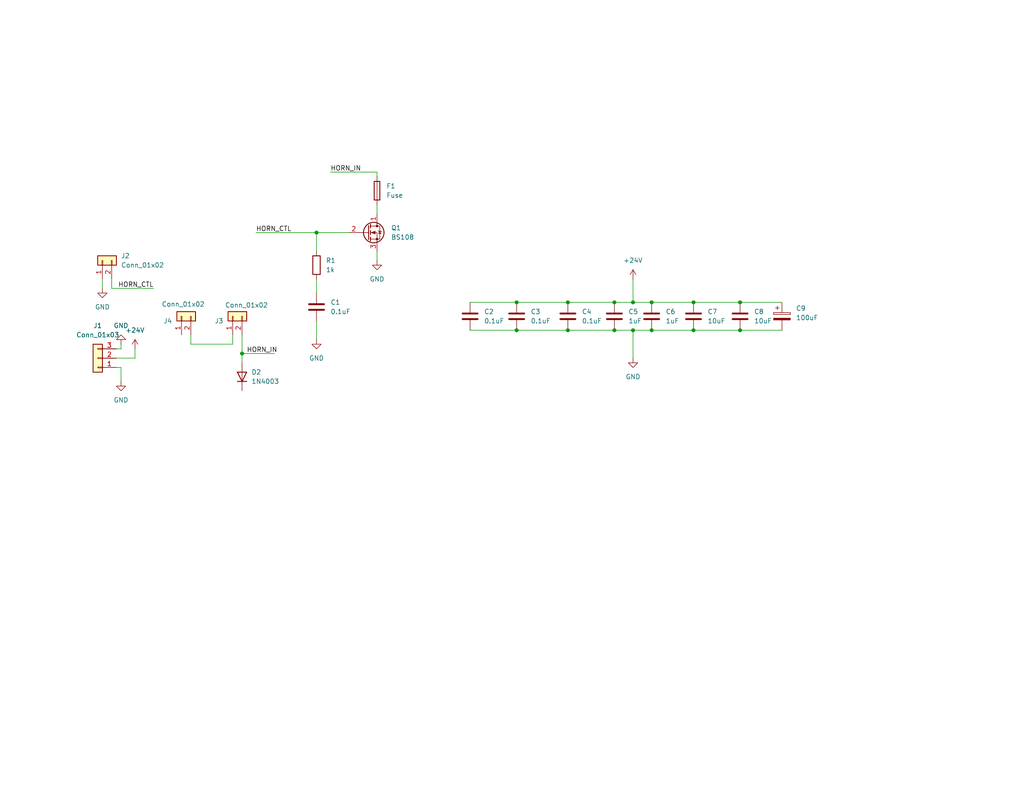
<source format=kicad_sch>
(kicad_sch (version 20231120) (generator "eeschema") (generator_version "8.0")
  (paper "USLetter")
  (title_block (title "Horns Board") (date "2025-09-16") (rev "1.0") (company "Illini Solar Car") (comment 1 "Designed By: Saahil Verma"))
  (lib_symbols
    (symbol "Connector_Generic:Conn_01x02" (pin_names (offset 1.016) hide)
      (property "Reference" "J" (at 0 2.54 0))
      (property "Value" "Conn_01x02" (at 0 -5.08 0))
      (symbol "Conn_01x02_1_1"
        (rectangle (start -1.27 -2.413) (end 0 -2.667) (stroke (width 0.1524)))
        (rectangle (start -1.27 0.127) (end 0 -0.127) (stroke (width 0.1524)))
        (rectangle (start -1.27 1.27) (end 1.27 -3.81) (stroke (width 0.254)) (fill (type background)))
        (pin passive line (at -5.08 0 0) (length 3.81) (name "Pin_1") (number "1"))
        (pin passive line (at -5.08 -2.54 0) (length 3.81) (name "Pin_2") (number "2"))
      )
    )
    (symbol "Connector_Generic:Conn_01x03" (pin_names (offset 1.016) hide)
      (property "Reference" "J" (at 0 5.08 0))
      (property "Value" "Conn_01x03" (at 0 -5.08 0))
      (symbol "Conn_01x03_1_1"
        (rectangle (start -1.27 -2.413) (end 0 -2.667) (stroke (width 0.1524)))
        (rectangle (start -1.27 0.127) (end 0 -0.127) (stroke (width 0.1524)))
        (rectangle (start -1.27 2.667) (end 0 2.413) (stroke (width 0.1524)))
        (rectangle (start -1.27 3.81) (end 1.27 -3.81) (stroke (width 0.254)) (fill (type background)))
        (pin passive line (at -5.08 2.54 0) (length 3.81) (name "Pin_1") (number "1"))
        (pin passive line (at -5.08 0 0) (length 3.81) (name "Pin_2") (number "2"))
        (pin passive line (at -5.08 -2.54 0) (length 3.81) (name "Pin_3") (number "3"))
      )
    )
    (symbol "Device:C" (pin_numbers hide) (pin_names (offset 0.254))
      (property "Reference" "C" (at 0.635 2.54 0))
      (property "Value" "C" (at 0.635 -2.54 0))
      (symbol "C_0_1"
        (polyline (pts (xy -2.032 -0.762) (xy 2.032 -0.762)) (stroke (width 0.508)))
        (polyline (pts (xy -2.032 0.762) (xy 2.032 0.762)) (stroke (width 0.508)))
      )
      (symbol "C_1_1"
        (pin passive line (at 0 3.81 270) (length 2.794) (name "~") (number "1"))
        (pin passive line (at 0 -3.81 90) (length 2.794) (name "~") (number "2"))
      )
    )
    (symbol "Device:C_Polarized" (pin_numbers hide) (pin_names (offset 0.254))
      (property "Reference" "C" (at 0.635 2.54 0))
      (property "Value" "C_Polarized" (at 0.635 -2.54 0))
      (symbol "C_Polarized_0_1"
        (rectangle (start -2.286 0.508) (end 2.286 1.016))
        (polyline (pts (xy -1.778 2.286) (xy -0.762 2.286)))
        (polyline (pts (xy -1.27 2.794) (xy -1.27 1.778)))
        (rectangle (start 2.286 -0.508) (end -2.286 -1.016) (fill (type outline)))
      )
      (symbol "C_Polarized_1_1"
        (pin passive line (at 0 3.81 270) (length 2.794) (name "~") (number "1"))
        (pin passive line (at 0 -3.81 90) (length 2.794) (name "~") (number "2"))
      )
    )
    (symbol "Device:Fuse" (pin_numbers hide) (pin_names (offset 0))
      (property "Reference" "F" (at 2.032 0 90))
      (property "Value" "Fuse" (at -1.905 0 90))
      (symbol "Fuse_0_1"
        (rectangle (start -0.762 -2.54) (end 0.762 2.54) (stroke (width 0.254)))
        (polyline (pts (xy 0 2.54) (xy 0 -2.54)))
      )
      (symbol "Fuse_1_1"
        (pin passive line (at 0 3.81 270) (length 1.27) (name "~") (number "1"))
        (pin passive line (at 0 -3.81 90) (length 1.27) (name "~") (number "2"))
      )
    )
    (symbol "Device:R" (pin_numbers hide) (pin_names (offset 0))
      (property "Reference" "R" (at 2.032 0 90))
      (property "Value" "R" (at 0 0 90))
      (symbol "R_0_1"
        (rectangle (start -1.016 -2.54) (end 1.016 2.54) (stroke (width 0.254)))
      )
      (symbol "R_1_1"
        (pin passive line (at 0 3.81 270) (length 1.27) (name "~") (number "1"))
        (pin passive line (at 0 -3.81 90) (length 1.27) (name "~") (number "2"))
      )
    )
    (symbol "Diode:1N4003" (pin_numbers hide) (pin_names (offset 1.016) hide)
      (property "Reference" "D" (at 0 2.54 0))
      (property "Value" "1N4003" (at 0 -2.54 0))
      (symbol "1N4003_0_1"
        (polyline (pts (xy -1.27 1.27) (xy -1.27 -1.27)) (stroke (width 0.254)))
        (polyline (pts (xy 1.27 0) (xy -1.27 0)))
        (polyline (pts (xy 1.27 1.27) (xy 1.27 -1.27) (xy -1.27 0) (xy 1.27 1.27)) (stroke (width 0.254)))
      )
      (symbol "1N4003_1_1"
        (pin passive line (at -3.81 0 0) (length 2.54) (name "K") (number "1"))
        (pin passive line (at 3.81 0 180) (length 2.54) (name "A") (number "2"))
      )
    )
    (symbol "Transistor_FET:BS108" (pin_names hide)
      (property "Reference" "Q" (at 5.08 1.905 0))
      (property "Value" "BS108" (at 5.08 0 0))
      (symbol "BS108_0_1"
        (polyline (pts (xy 0.254 0) (xy -2.54 0)))
        (polyline (pts (xy 0.254 1.905) (xy 0.254 -1.905)) (stroke (width 0.254)))
        (polyline (pts (xy 0.762 -1.27) (xy 0.762 -2.286)) (stroke (width 0.254)))
        (polyline (pts (xy 0.762 0.508) (xy 0.762 -0.508)) (stroke (width 0.254)))
        (polyline (pts (xy 0.762 2.286) (xy 0.762 1.27)) (stroke (width 0.254)))
        (polyline (pts (xy 2.54 2.54) (xy 2.54 1.778)))
        (polyline (pts (xy 2.54 -2.54) (xy 2.54 0) (xy 0.762 0)))
        (polyline (pts (xy 0.762 -1.778) (xy 3.302 -1.778) (xy 3.302 1.778) (xy 0.762 1.778)))
        (polyline (pts (xy 1.016 0) (xy 2.032 0.381) (xy 2.032 -0.381) (xy 1.016 0)) (fill (type outline)))
        (polyline (pts (xy 2.794 0.508) (xy 2.921 0.381) (xy 3.683 0.381) (xy 3.81 0.254)))
        (polyline (pts (xy 3.302 0.381) (xy 2.921 -0.254) (xy 3.683 -0.254) (xy 3.302 0.381)))
        (circle (center 1.651 0) (radius 2.794) (stroke (width 0.254)))
        (circle (center 2.54 -1.778) (radius 0.254) (fill (type outline)))
        (circle (center 2.54 1.778) (radius 0.254) (fill (type outline)))
      )
      (symbol "BS108_1_1"
        (pin passive line (at 2.54 5.08 270) (length 2.54) (name "D") (number "1"))
        (pin input line (at -5.08 0 0) (length 2.54) (name "G") (number "2"))
        (pin passive line (at 2.54 -5.08 90) (length 2.54) (name "S") (number "3"))
      )
    )
    (symbol "power:+24V" (power) (pin_names (offset 0))
      (property "Value" "+24V" (at 0 3.556 0))
      (symbol "+24V_0_1"
        (polyline (pts (xy -0.762 1.27) (xy 0 2.54)))
        (polyline (pts (xy 0 0) (xy 0 2.54)))
        (polyline (pts (xy 0 2.54) (xy 0.762 1.27)))
      )
      (symbol "+24V_1_1"
        (pin power_in line (at 0 0 90) (length 0) hide (name "+24V") (number "1"))
      )
    )
    (symbol "power:GND" (power) (pin_names (offset 0))
      (property "Value" "GND" (at 0 -3.81 0))
      (symbol "GND_0_1"
        (polyline (pts (xy 0 0) (xy 0 -1.27) (xy 1.27 -1.27) (xy 0 -2.54) (xy -1.27 -1.27) (xy 0 -1.27)))
      )
      (symbol "GND_1_1"
        (pin power_in line (at 0 0 270) (length 0) hide (name "GND") (number "1"))
      )
    )
  )
  (junction (at 167.64 82.55))
  (junction (at 189.23 90.17))
  (junction (at 66.04 96.52))
  (junction (at 167.64 90.17))
  (junction (at 154.94 90.17))
  (junction (at 140.97 82.55))
  (junction (at 86.36 63.5))
  (junction (at 177.8 82.55))
  (junction (at 201.93 90.17))
  (junction (at 154.94 82.55))
  (junction (at 172.72 90.17))
  (junction (at 140.97 90.17))
  (junction (at 201.93 82.55))
  (junction (at 189.23 82.55))
  (junction (at 177.8 90.17))
  (junction (at 172.72 82.55))
  (wire (pts (xy 172.72 90.17) (xy 172.72 97.79)))
  (wire (pts (xy 201.93 90.17) (xy 213.36 90.17)))
  (wire (pts (xy 140.97 82.55) (xy 154.94 82.55)))
  (wire (pts (xy 102.87 55.88) (xy 102.87 58.42)))
  (wire (pts (xy 33.02 100.33) (xy 31.75 100.33)))
  (wire (pts (xy 189.23 82.55) (xy 201.93 82.55)))
  (wire (pts (xy 86.36 63.5) (xy 95.25 63.5)))
  (wire (pts (xy 86.36 87.63) (xy 86.36 92.71)))
  (wire (pts (xy 128.27 90.17) (xy 140.97 90.17)))
  (wire (pts (xy 63.5 93.98) (xy 63.5 91.44)))
  (wire (pts (xy 189.23 90.17) (xy 201.93 90.17)))
  (wire (pts (xy 177.8 82.55) (xy 189.23 82.55)))
  (wire (pts (xy 52.07 91.44) (xy 52.07 93.98)))
  (wire (pts (xy 66.04 99.06) (xy 66.04 96.52)))
  (wire (pts (xy 30.48 76.2) (xy 30.48 78.74)))
  (wire (pts (xy 128.27 82.55) (xy 140.97 82.55)))
  (wire (pts (xy 33.02 100.33) (xy 33.02 104.14)))
  (wire (pts (xy 167.64 82.55) (xy 154.94 82.55)))
  (wire (pts (xy 140.97 90.17) (xy 154.94 90.17)))
  (wire (pts (xy 172.72 76.2) (xy 172.72 82.55)))
  (wire (pts (xy 172.72 90.17) (xy 177.8 90.17)))
  (wire (pts (xy 27.94 76.2) (xy 27.94 78.74)))
  (wire (pts (xy 86.36 76.2) (xy 86.36 80.01)))
  (wire (pts (xy 33.02 95.25) (xy 31.75 95.25)))
  (wire (pts (xy 167.64 90.17) (xy 172.72 90.17)))
  (wire (pts (xy 33.02 93.98) (xy 33.02 95.25)))
  (wire (pts (xy 52.07 93.98) (xy 63.5 93.98)))
  (wire (pts (xy 102.87 68.58) (xy 102.87 71.12)))
  (wire (pts (xy 177.8 90.17) (xy 189.23 90.17)))
  (wire (pts (xy 167.64 82.55) (xy 172.72 82.55)))
  (wire (pts (xy 36.83 97.79) (xy 31.75 97.79)))
  (wire (pts (xy 66.04 91.44) (xy 66.04 96.52)))
  (wire (pts (xy 86.36 63.5) (xy 86.36 68.58)))
  (wire (pts (xy 172.72 82.55) (xy 177.8 82.55)))
  (wire (pts (xy 90.17 46.99) (xy 102.87 46.99)))
  (wire (pts (xy 102.87 48.26) (xy 102.87 46.99)))
  (wire (pts (xy 30.48 78.74) (xy 41.91 78.74)))
  (wire (pts (xy 201.93 82.55) (xy 213.36 82.55)))
  (wire (pts (xy 69.85 63.5) (xy 86.36 63.5)))
  (wire (pts (xy 66.04 96.52) (xy 74.93 96.52)))
  (wire (pts (xy 36.83 95.25) (xy 36.83 97.79)))
  (wire (pts (xy 154.94 90.17) (xy 167.64 90.17)))
  (label "HORN_CTL" (at 69.85 63.5 0))
  (label "HORN_CTL" (at 41.91 78.74 180))
  (label "HORN_IN" (at 67.31 96.52 0))
  (label "HORN_IN" (at 90.17 46.99 0))
  (symbol (lib_id "Device:C_Polarized") (at 213.36 86.36 0) (unit 1)
    (property "Reference" "C9" (at 217.17 84.2009 0) (effects (justify left)))
    (property "Value" "100uF" (at 217.17 86.7409 0) (effects (justify left)))
    (property "Description" "Polarized capacitor" (effects (hide yes)))
  )
  (symbol (lib_id "Device:C") (at 140.97 86.36 0) (unit 1)
    (property "Reference" "C3" (at 144.78 85.0899 0) (effects (justify left)))
    (property "Value" "0.1uF" (at 144.78 87.6299 0) (effects (justify left)))
    (property "Description" "Unpolarized capacitor" (effects (hide yes)))
  )
  (symbol (lib_id "power:GND") (at 33.02 93.98 180) (unit 1)
    (property "Reference" "#PWR03" (effects (hide yes)))
    (property "Value" "GND" (at 33.02 88.9 0))
    (property "Description" "Power symbol creates a global label with name \"GND\" , ground" (effects (hide yes)))
  )
  (symbol (lib_id "power:GND") (at 172.72 97.79 0) (unit 1)
    (property "Reference" "#PWR07" (effects (hide yes)))
    (property "Value" "GND" (at 172.72 102.87 0))
    (property "Description" "Power symbol creates a global label with name \"GND\" , ground" (effects (hide yes)))
  )
  (symbol (lib_id "power:GND") (at 27.94 78.74 0) (unit 1)
    (property "Reference" "#PWR04" (effects (hide yes)))
    (property "Value" "GND" (at 27.94 83.82 0))
    (property "Description" "Power symbol creates a global label with name \"GND\" , ground" (effects (hide yes)))
  )
  (symbol (lib_id "Device:C") (at 86.36 83.82 0) (unit 1)
    (property "Reference" "C1" (at 90.17 82.5499 0) (effects (justify left)))
    (property "Value" "0.1uF" (at 90.17 85.0899 0) (effects (justify left)))
    (property "Description" "Unpolarized capacitor" (effects (hide yes)))
  )
  (symbol (lib_id "Device:C") (at 128.27 86.36 0) (unit 1)
    (property "Reference" "C2" (at 132.08 85.0899 0) (effects (justify left)))
    (property "Value" "0.1uF" (at 132.08 87.6299 0) (effects (justify left)))
    (property "Description" "Unpolarized capacitor" (effects (hide yes)))
  )
  (symbol (lib_id "Connector_Generic:Conn_01x03") (at 26.67 97.79 180) (unit 1)
    (property "Reference" "J1" (at 26.67 88.9 0))
    (property "Value" "Conn_01x03" (at 26.67 91.44 0))
    (property "Description" "Generic connector, single row, 01x03, script generated (kicad-library-utils/schlib/autogen/connector/)" (effects (hide yes)))
  )
  (symbol (lib_id "Connector_Generic:Conn_01x02") (at 27.94 71.12 90) (unit 1)
    (property "Reference" "J2" (at 33.02 69.8499 90) (effects (justify right)))
    (property "Value" "Conn_01x02" (at 33.02 72.3899 90) (effects (justify right)))
    (property "Description" "Generic connector, single row, 01x02, script generated (kicad-library-utils/schlib/autogen/connector/)" (effects (hide yes)))
  )
  (symbol (lib_id "Connector_Generic:Conn_01x02") (at 49.53 86.36 90) (unit 1)
    (property "Reference" "J4" (at 46.99 87.6301 90) (effects (justify left)))
    (property "Value" "Conn_01x02" (at 55.88 83.058 90) (effects (justify left)))
    (property "Description" "Generic connector, single row, 01x02, script generated (kicad-library-utils/schlib/autogen/connector/)" (effects (hide yes)))
  )
  (symbol (lib_id "power:GND") (at 102.87 71.12 0) (unit 1)
    (property "Reference" "#PWR05" (effects (hide yes)))
    (property "Value" "GND" (at 102.87 76.2 0))
    (property "Description" "Power symbol creates a global label with name \"GND\" , ground" (effects (hide yes)))
  )
  (symbol (lib_id "Device:C") (at 154.94 86.36 0) (unit 1)
    (property "Reference" "C4" (at 158.75 85.0899 0) (effects (justify left)))
    (property "Value" "0.1uF" (at 158.75 87.6299 0) (effects (justify left)))
    (property "Description" "Unpolarized capacitor" (effects (hide yes)))
  )
  (symbol (lib_id "power:GND") (at 33.02 104.14 0) (unit 1)
    (property "Reference" "#PWR02" (effects (hide yes)))
    (property "Value" "GND" (at 33.02 109.22 0))
    (property "Description" "Power symbol creates a global label with name \"GND\" , ground" (effects (hide yes)))
  )
  (symbol (lib_id "Device:C") (at 189.23 86.36 0) (unit 1)
    (property "Reference" "C7" (at 193.04 85.0899 0) (effects (justify left)))
    (property "Value" "10uF" (at 193.04 87.6299 0) (effects (justify left)))
    (property "Description" "Unpolarized capacitor" (effects (hide yes)))
  )
  (symbol (lib_id "Device:R") (at 86.36 72.39 0) (unit 1)
    (property "Reference" "R1" (at 88.9 71.1199 0) (effects (justify left)))
    (property "Value" "1k" (at 88.9 73.6599 0) (effects (justify left)))
    (property "Description" "Resistor" (effects (hide yes)))
  )
  (symbol (lib_id "Connector_Generic:Conn_01x02") (at 63.5 86.36 90) (unit 1)
    (property "Reference" "J3" (at 60.96 87.6301 90) (effects (justify left)))
    (property "Value" "Conn_01x02" (at 73.152 83.312 90) (effects (justify left)))
    (property "Description" "Generic connector, single row, 01x02, script generated (kicad-library-utils/schlib/autogen/connector/)" (effects (hide yes)))
  )
  (symbol (lib_id "Transistor_FET:BS108") (at 100.33 63.5 0) (unit 1)
    (property "Reference" "Q1" (at 106.68 62.2299 0) (effects (justify left)))
    (property "Value" "BS108" (at 106.68 64.7699 0) (effects (justify left)))
    (property "Footprint" "Package_TO_SOT_THT:TO-92_Inline" (effects (hide yes)))
    (property "Datasheet" "http://www.redrok.com/MOSFET_BS108_200V_250mA_8O_Vth1.5_TO-92.PDF" (effects (hide yes)))
    (property "Description" "0.25A Id, 200V Vds, N-Channel MOSFET, TO-92" (effects (hide yes)))
  )
  (symbol (lib_id "Device:Fuse") (at 102.87 52.07 0) (unit 1)
    (property "Reference" "F1" (at 105.41 50.7999 0) (effects (justify left)))
    (property "Value" "Fuse" (at 105.41 53.3399 0) (effects (justify left)))
    (property "Description" "Fuse" (effects (hide yes)))
  )
  (symbol (lib_id "Device:C") (at 177.8 86.36 0) (unit 1)
    (property "Reference" "C6" (at 181.61 85.0899 0) (effects (justify left)))
    (property "Value" "1uF" (at 181.61 87.6299 0) (effects (justify left)))
    (property "Description" "Unpolarized capacitor" (effects (hide yes)))
  )
  (symbol (lib_id "Device:C") (at 167.64 86.36 0) (unit 1)
    (property "Reference" "C5" (at 171.45 85.0899 0) (effects (justify left)))
    (property "Value" "1uF" (at 171.45 87.6299 0) (effects (justify left)))
    (property "Description" "Unpolarized capacitor" (effects (hide yes)))
  )
  (symbol (lib_id "power:GND") (at 86.36 92.71 0) (unit 1)
    (property "Reference" "#PWR08" (effects (hide yes)))
    (property "Value" "GND" (at 86.36 97.79 0))
    (property "Description" "Power symbol creates a global label with name \"GND\" , ground" (effects (hide yes)))
  )
  (symbol (lib_id "Diode:1N4003") (at 66.04 102.87 90) (unit 1)
    (property "Reference" "D2" (at 68.58 101.5999 90) (effects (justify right)))
    (property "Value" "1N4003" (at 68.58 104.1399 90) (effects (justify right)))
    (property "Footprint" "Diode_THT:D_DO-41_SOD81_P10.16mm_Horizontal" (effects (hide yes)))
    (property "Datasheet" "http://www.vishay.com/docs/88503/1n4001.pdf" (effects (hide yes)))
    (property "Description" "200V 1A General Purpose Rectifier Diode, DO-41" (effects (hide yes)))
  )
  (symbol (lib_id "power:+24V") (at 172.72 76.2 0) (unit 1)
    (property "Reference" "#PWR06" (effects (hide yes)))
    (property "Value" "+24V" (at 172.72 71.12 0))
    (property "Description" "Power symbol creates a global label with name \"+24V\"" (effects (hide yes)))
  )
  (symbol (lib_id "power:+24V") (at 36.83 95.25 0) (unit 1)
    (property "Reference" "#PWR01" (effects (hide yes)))
    (property "Value" "+24V" (at 36.83 90.17 0))
    (property "Description" "Power symbol creates a global label with name \"+24V\"" (effects (hide yes)))
  )
  (symbol (lib_id "Device:C") (at 201.93 86.36 0) (unit 1)
    (property "Reference" "C8" (at 205.74 85.0899 0) (effects (justify left)))
    (property "Value" "10uF" (at 205.74 87.6299 0) (effects (justify left)))
    (property "Description" "Unpolarized capacitor" (effects (hide yes)))
  )
)
</source>
